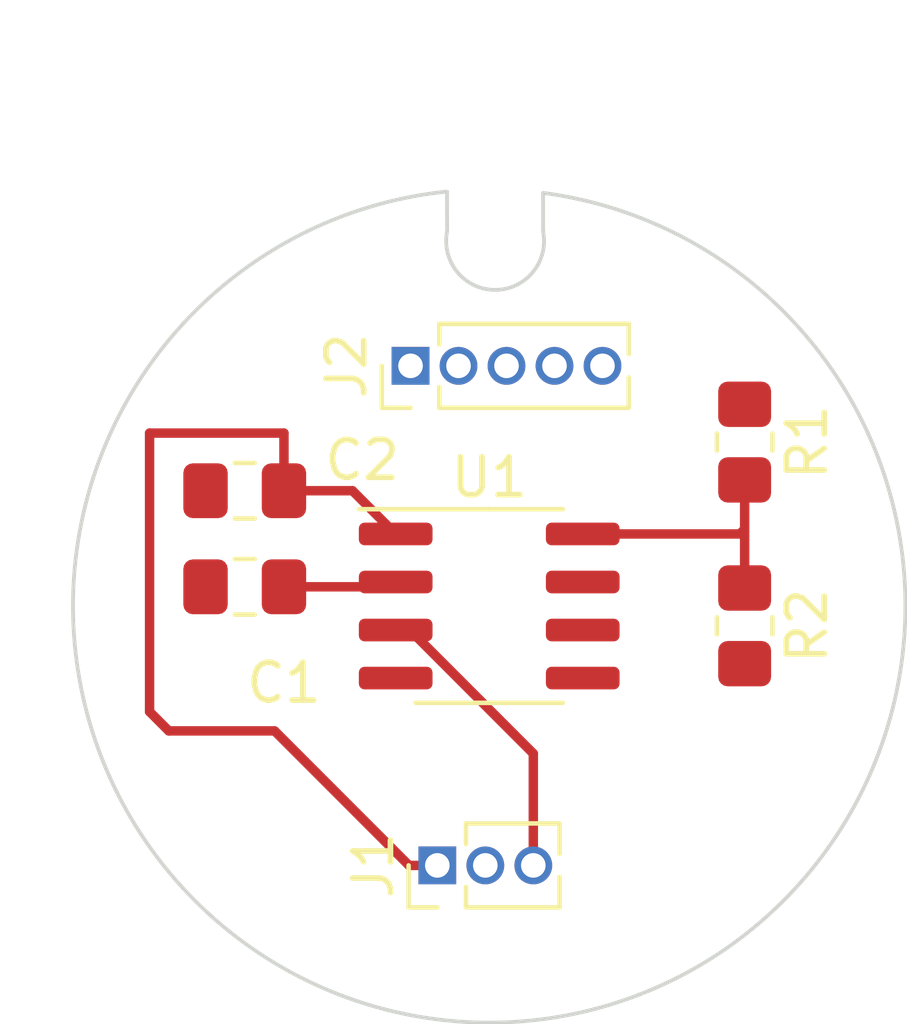
<source format=kicad_pcb>
(kicad_pcb (version 20221018) (generator pcbnew)
  (layers (0 "F.Cu" signal) (31 "B.Cu" signal) (34 "B.Paste" user) (35 "F.Paste" user) (36 "B.SilkS" user "B.Silkscreen") (37 "F.SilkS" user "F.Silkscreen") (38 "B.Mask" user) (39 "F.Mask" user) (44 "Edge.Cuts" user))
  (net 0 "")
  (net 1 "Net-(U1-VDD3V3)")
  (net 2 "GND")
  (net 3 "VDD")
  (net 4 "OUT")
  (net 5 "PGO")
  (net 6 "SCL")
  (net 7 "SDA")
  (net 8 "Net-(U1-DIR)")
  (footprint "Capacitor_SMD:C_0805_2012Metric_Pad1.18x1.45mm_HandSolder" (layer "F.Cu") (at 179.8105 88.392 180)
    (fp_text reference "C1" (at -1.0375 -2.54) (layer "F.SilkS"))
    (fp_text value "1uF")
    (fp_line (start -0.261252 -0.735) (end 0.261252 -0.735) (stroke (width 0.12)) (layer "F.SilkS"))
    (fp_line (start -0.261252 0.735) (end 0.261252 0.735) (stroke (width 0.12)) (layer "F.SilkS"))
    (pad "1" smd roundrect (at -1.0375 0 180) (size 1.175 1.45) (layers "F.Cu" "F.Paste" "F.Mask") (roundrect_rratio 0.212766) (net 1 "Net-(U1-VDD3V3)"))
    (pad "2" smd roundrect (at 1.0375 0 180) (size 1.175 1.45) (layers "F.Cu" "F.Paste" "F.Mask") (roundrect_rratio 0.212766) (net 2 "GND"))
  )
  (footprint "Connector_PinHeader_1.27mm:PinHeader_1x03_P1.27mm_Vertical" (layer "F.Cu") (at 184.907 95.758 90)
    (fp_text reference "J1" (at 0 -1.695 90) (layer "F.SilkS"))
    (fp_text value "Big pads")
    (fp_line (start -1.11 -0.76) (end 0 -0.76) (stroke (width 0.12)) (layer "F.SilkS"))
    (fp_line (start -1.11 0) (end -1.11 -0.76) (stroke (width 0.12)) (layer "F.SilkS"))
    (fp_line (start -1.11 0.76) (end -1.11 3.235) (stroke (width 0.12)) (layer "F.SilkS"))
    (fp_line (start -1.11 0.76) (end -0.563471 0.76) (stroke (width 0.12)) (layer "F.SilkS"))
    (fp_line (start -1.11 3.235) (end -0.30753 3.235) (stroke (width 0.12)) (layer "F.SilkS"))
    (fp_line (start 0.30753 3.235) (end 1.11 3.235) (stroke (width 0.12)) (layer "F.SilkS"))
    (fp_line (start 0.563471 0.76) (end 1.11 0.76) (stroke (width 0.12)) (layer "F.SilkS"))
    (fp_line (start 1.11 0.76) (end 1.11 3.235) (stroke (width 0.12)) (layer "F.SilkS"))
    (pad "1" thru_hole rect (at 0 0 90) (size 1 1) (drill 0.65) (layers "*.Cu" "*.Mask") (net 3 "VDD"))
    (pad "2" thru_hole oval (at 0 1.27 90) (size 1 1) (drill 0.65) (layers "*.Cu" "*.Mask") (net 2 "GND"))
    (pad "3" thru_hole oval (at 0 2.54 90) (size 1 1) (drill 0.65) (layers "*.Cu" "*.Mask") (net 4 "OUT"))
  )
  (footprint "Resistor_SMD:R_0805_2012Metric_Pad1.20x1.40mm_HandSolder" (layer "F.Cu") (at 193.04 89.424 -90)
    (fp_text reference "R2" (at 0 -1.65 90) (layer "F.SilkS"))
    (fp_text value "0")
    (fp_line (start -0.227064 -0.735) (end 0.227064 -0.735) (stroke (width 0.12)) (layer "F.SilkS"))
    (fp_line (start -0.227064 0.735) (end 0.227064 0.735) (stroke (width 0.12)) (layer "F.SilkS"))
    (pad "1" smd roundrect (at -1 0 270) (size 1.2 1.4) (layers "F.Cu" "F.Paste" "F.Mask") (roundrect_rratio 0.208333) (net 8 "Net-(U1-DIR)"))
    (pad "2" smd roundrect (at 1 0 270) (size 1.2 1.4) (layers "F.Cu" "F.Paste" "F.Mask") (roundrect_rratio 0.208333) (net 2 "GND"))
  )
  (footprint "Resistor_SMD:R_0805_2012Metric_Pad1.20x1.40mm_HandSolder" (layer "F.Cu") (at 193.04 84.566 -90)
    (fp_text reference "R1" (at 0 -1.65 90) (layer "F.SilkS"))
    (fp_text value "0")
    (fp_line (start -0.227064 -0.735) (end 0.227064 -0.735) (stroke (width 0.12)) (layer "F.SilkS"))
    (fp_line (start -0.227064 0.735) (end 0.227064 0.735) (stroke (width 0.12)) (layer "F.SilkS"))
    (pad "1" smd roundrect (at -1 0 270) (size 1.2 1.4) (layers "F.Cu" "F.Paste" "F.Mask") (roundrect_rratio 0.208333) (net 3 "VDD"))
    (pad "2" smd roundrect (at 1 0 270) (size 1.2 1.4) (layers "F.Cu" "F.Paste" "F.Mask") (roundrect_rratio 0.208333) (net 8 "Net-(U1-DIR)"))
  )
  (footprint "Package_SO:SOIC-8_3.9x4.9mm_P1.27mm" (layer "F.Cu") (at 186.28 88.9)
    (fp_text reference "U1" (at 0 -3.4) (layer "F.SilkS"))
    (fp_text value "~")
    (fp_line (start 0 -2.56) (end -3.45 -2.56) (stroke (width 0.12)) (layer "F.SilkS"))
    (fp_line (start 0 -2.56) (end 1.95 -2.56) (stroke (width 0.12)) (layer "F.SilkS"))
    (fp_line (start 0 2.56) (end -1.95 2.56) (stroke (width 0.12)) (layer "F.SilkS"))
    (fp_line (start 0 2.56) (end 1.95 2.56) (stroke (width 0.12)) (layer "F.SilkS"))
    (pad "1" smd roundrect (at -2.475 -1.905) (size 1.95 0.6) (layers "F.Cu" "F.Paste" "F.Mask") (net 3 "VDD"))
    (pad "2" smd roundrect (at -2.475 -0.635) (size 1.95 0.6) (layers "F.Cu" "F.Paste" "F.Mask") (net 1 "Net-(U1-VDD3V3)"))
    (pad "3" smd roundrect (at -2.475 0.635) (size 1.95 0.6) (layers "F.Cu" "F.Paste" "F.Mask") (net 4 "OUT"))
    (pad "4" smd roundrect (at -2.475 1.905) (size 1.95 0.6) (layers "F.Cu" "F.Paste" "F.Mask") (net 2 "GND"))
    (pad "5" smd roundrect (at 2.475 1.905) (size 1.95 0.6) (layers "F.Cu" "F.Paste" "F.Mask") (net 5 "PGO"))
    (pad "6" smd roundrect (at 2.475 0.635) (size 1.95 0.6) (layers "F.Cu" "F.Paste" "F.Mask") (net 7 "SDA"))
    (pad "7" smd roundrect (at 2.475 -0.635) (size 1.95 0.6) (layers "F.Cu" "F.Paste" "F.Mask") (net 6 "SCL"))
    (pad "8" smd roundrect (at 2.475 -1.905) (size 1.95 0.6) (layers "F.Cu" "F.Paste" "F.Mask") (net 8 "Net-(U1-DIR)"))
  )
  (footprint "Connector_PinHeader_1.27mm:PinHeader_1x05_P1.27mm_Vertical" (layer "F.Cu") (at 184.198 82.55 90)
    (fp_text reference "J2" (at 0 -1.695 90) (layer "F.SilkS"))
    (fp_text value "Small programming pads")
    (fp_line (start -1.11 -0.76) (end 0 -0.76) (stroke (width 0.12)) (layer "F.SilkS"))
    (fp_line (start -1.11 0) (end -1.11 -0.76) (stroke (width 0.12)) (layer "F.SilkS"))
    (fp_line (start -1.11 0.76) (end -1.11 5.775) (stroke (width 0.12)) (layer "F.SilkS"))
    (fp_line (start -1.11 0.76) (end -0.563471 0.76) (stroke (width 0.12)) (layer "F.SilkS"))
    (fp_line (start -1.11 5.775) (end -0.30753 5.775) (stroke (width 0.12)) (layer "F.SilkS"))
    (fp_line (start 0.30753 5.775) (end 1.11 5.775) (stroke (width 0.12)) (layer "F.SilkS"))
    (fp_line (start 0.563471 0.76) (end 1.11 0.76) (stroke (width 0.12)) (layer "F.SilkS"))
    (fp_line (start 1.11 0.76) (end 1.11 5.775) (stroke (width 0.12)) (layer "F.SilkS"))
    (pad "1" thru_hole rect (at 0 0 90) (size 1 1) (drill 0.65) (layers "*.Cu" "*.Mask") (net 3 "VDD"))
    (pad "2" thru_hole oval (at 0 1.27 90) (size 1 1) (drill 0.65) (layers "*.Cu" "*.Mask") (net 5 "PGO"))
    (pad "3" thru_hole oval (at 0 2.54 90) (size 1 1) (drill 0.65) (layers "*.Cu" "*.Mask") (net 6 "SCL"))
    (pad "4" thru_hole oval (at 0 3.81 90) (size 1 1) (drill 0.65) (layers "*.Cu" "*.Mask") (net 7 "SDA"))
    (pad "5" thru_hole oval (at 0 5.08 90) (size 1 1) (drill 0.65) (layers "*.Cu" "*.Mask") (net 2 "GND"))
  )
  (footprint "Capacitor_SMD:C_0805_2012Metric_Pad1.18x1.45mm_HandSolder" (layer "F.Cu") (at 179.8105 85.852 180)
    (fp_text reference "C2" (at -3.10786 0.810098) (layer "F.SilkS"))
    (fp_text value "100nF")
    (fp_line (start -0.261252 -0.735) (end 0.261252 -0.735) (stroke (width 0.12)) (layer "F.SilkS"))
    (fp_line (start -0.261252 0.735) (end 0.261252 0.735) (stroke (width 0.12)) (layer "F.SilkS"))
    (pad "1" smd roundrect (at -1.0375 0 180) (size 1.175 1.45) (layers "F.Cu" "F.Paste" "F.Mask") (roundrect_rratio 0.212766) (net 3 "VDD"))
    (pad "2" smd roundrect (at 1.0375 0 180) (size 1.175 1.45) (layers "F.Cu" "F.Paste" "F.Mask") (roundrect_rratio 0.212766) (net 2 "GND"))
  )
  (gr_arc (start 187.706 77.978) (mid 186.12479 99.913604) (end 185.162344 77.942154) (stroke (width 0.1)) (layer "Edge.Cuts"))
  (gr_arc (start 187.705999 78.994) (mid 186.436 80.54315) (end 185.166001 78.994) (stroke (width 0.1)) (layer "Edge.Cuts"))
  (gr_line (start 185.162344 77.942154) (end 185.166 78.994) (stroke (width 0.1)) (layer "Edge.Cuts"))
  (gr_line (start 187.706 77.978) (end 187.706 78.994) (stroke (width 0.1)) (layer "Edge.Cuts"))
  (segment (start 180.848 88.392) (end 183.678 88.392) (width 0.25) (layer "F.Cu") (net 1))
  (segment (start 183.678 88.392) (end 183.805 88.265) (width 0.25) (layer "F.Cu") (net 1))
  (segment (start 180.601 92.202) (end 177.8 92.202) (width 0.25) (layer "F.Cu") (net 3))
  (segment (start 184.907 95.758) (end 184.157 95.758) (width 0.25) (layer "F.Cu") (net 3))
  (segment (start 177.292 84.328) (end 180.848 84.328) (width 0.25) (layer "F.Cu") (net 3))
  (segment (start 184.157 95.758) (end 180.601 92.202) (width 0.25) (layer "F.Cu") (net 3))
  (segment (start 177.292 91.694) (end 177.292 84.328) (width 0.25) (layer "F.Cu") (net 3))
  (segment (start 182.662 85.852) (end 183.805 86.995) (width 0.25) (layer "F.Cu") (net 3))
  (segment (start 180.848 85.852) (end 182.662 85.852) (width 0.25) (layer "F.Cu") (net 3))
  (segment (start 177.8 92.202) (end 177.292 91.694) (width 0.25) (layer "F.Cu") (net 3))
  (segment (start 183.515 86.995) (end 183.805 86.995) (width 0.25) (layer "F.Cu") (net 3))
  (segment (start 180.848 84.328) (end 180.848 85.852) (width 0.25) (layer "F.Cu") (net 3))
  (segment (start 184.181751 89.535) (end 187.447 92.800249) (width 0.25) (layer "F.Cu") (net 4))
  (segment (start 187.447 92.800249) (end 187.447 95.758) (width 0.25) (layer "F.Cu") (net 4))
  (segment (start 183.805 89.535) (end 184.181751 89.535) (width 0.25) (layer "F.Cu") (net 4))
  (segment (start 192.913 86.995) (end 193.04 86.868) (width 0.25) (layer "F.Cu") (net 8))
  (segment (start 193.04 86.868) (end 193.04 88.424) (width 0.25) (layer "F.Cu") (net 8))
  (segment (start 188.755 86.995) (end 192.913 86.995) (width 0.25) (layer "F.Cu") (net 8))
  (segment (start 193.04 85.566) (end 193.04 86.868) (width 0.25) (layer "F.Cu") (net 8))
)
</source>
